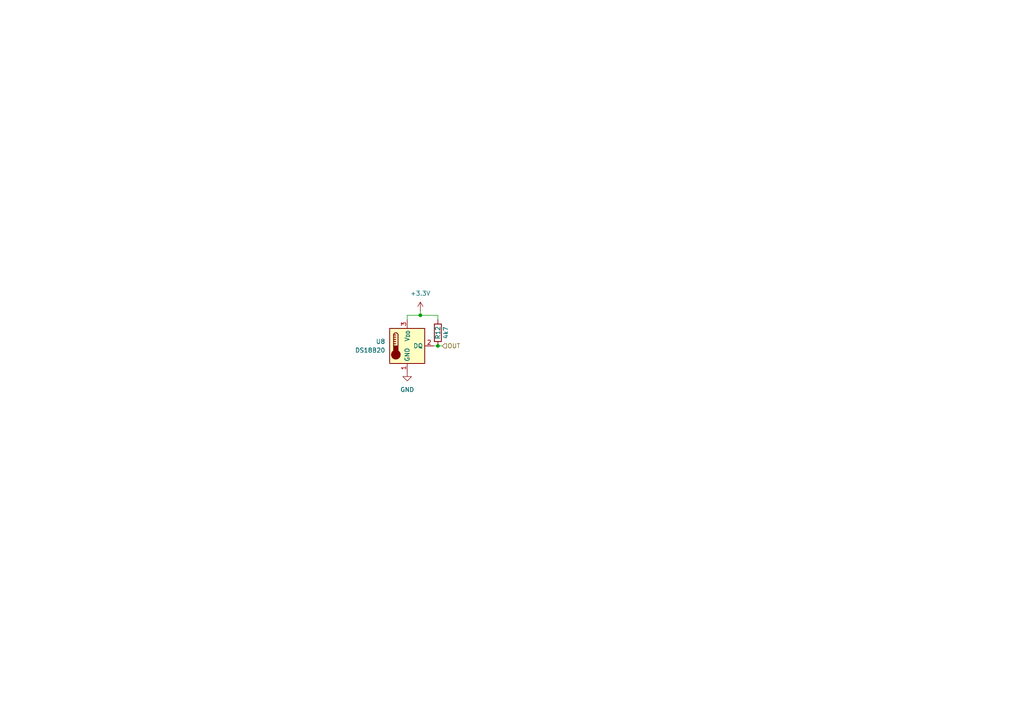
<source format=kicad_sch>
(kicad_sch (version 20250114) (generator "eeschema") (generator_version "9.0")
  (paper "A4")
  (title_block (date "2025-09-24") (company "Felix Pelster"))
  (lib_symbols
    (symbol "Device:R" (pin_numbers (hide yes)) (pin_names (offset 0))
      (property "Reference" "R" (at 2.032 0 90))
      (property "Value" "R" (at 0 0 90))
      (symbol "R_0_1"
        (rectangle (start -1.016 -2.54) (end 1.016 2.54) (stroke (width 0.254)))
      )
      (symbol "R_1_1"
        (pin passive line (at 0 3.81 270) (length 1.27) (name "~") (number "1"))
        (pin passive line (at 0 -3.81 90) (length 1.27) (name "~") (number "2"))
      )
    )
    (symbol "Sensor_Temperature:DS18B20"
      (property "Reference" "U" (at -3.81 6.35 0))
      (property "Value" "DS18B20" (at 6.35 6.35 0))
      (symbol "DS18B20_0_1"
        (rectangle (start -5.08 5.08) (end 5.08 -5.08) (stroke (width 0.254)) (fill (type background)))
        (polyline (pts (xy -3.937 3.175) (xy -3.937 0)) (stroke (width 0.254)))
        (polyline (pts (xy -3.937 3.175) (xy -3.302 3.175)) (stroke (width 0.254)))
        (polyline (pts (xy -3.937 2.54) (xy -3.302 2.54)) (stroke (width 0.254)))
        (polyline (pts (xy -3.937 1.905) (xy -3.302 1.905)) (stroke (width 0.254)))
        (polyline (pts (xy -3.937 1.27) (xy -3.302 1.27)) (stroke (width 0.254)))
        (polyline (pts (xy -3.937 0.635) (xy -3.302 0.635)) (stroke (width 0.254)))
        (arc (start -3.937 3.175) (mid -3.302 3.8073) (end -2.667 3.175) (stroke (width 0.254)))
        (circle (center -3.302 -2.54) (radius 1.27) (stroke (width 0.254)) (fill (type outline)))
        (polyline (pts (xy -2.667 3.175) (xy -2.667 0)) (stroke (width 0.254)))
        (rectangle (start -2.667 -1.905) (end -3.937 0) (stroke (width 0.254)) (fill (type outline)))
      )
      (symbol "DS18B20_1_1"
        (pin power_in line (at 0 7.62 270) (length 2.54) (name "V_{DD}") (number "3"))
        (pin power_in line (at 0 -7.62 90) (length 2.54) (name "GND") (number "1"))
        (pin bidirectional line (at 7.62 0 180) (length 2.54) (name "DQ") (number "2"))
      )
    )
    (symbol "power:+3.3V" (power) (pin_numbers (hide yes)) (pin_names (offset 0) (hide yes))
      (property "Value" "+3.3V" (at 0 3.556 0))
      (symbol "+3.3V_0_1"
        (polyline (pts (xy -0.762 1.27) (xy 0 2.54)))
        (polyline (pts (xy 0 2.54) (xy 0.762 1.27)))
        (polyline (pts (xy 0 0) (xy 0 2.54)))
      )
      (symbol "+3.3V_1_1"
        (pin power_in line (at 0 0 90) (length 0) (name "~") (number "1"))
      )
    )
    (symbol "power:GND" (power) (pin_numbers (hide yes)) (pin_names (offset 0) (hide yes))
      (property "Value" "GND" (at 0 -3.81 0))
      (symbol "GND_0_1"
        (polyline (pts (xy 0 0) (xy 0 -1.27) (xy 1.27 -1.27) (xy 0 -2.54) (xy -1.27 -1.27) (xy 0 -1.27)))
      )
      (symbol "GND_1_1"
        (pin power_in line (at 0 0 270) (length 0) (name "~") (number "1"))
      )
    )
  )
  (junction (at 127 100.33))
  (junction (at 121.92 91.44))
  (wire (pts (xy 128.27 100.33) (xy 127 100.33)))
  (wire (pts (xy 118.11 92.71) (xy 118.11 91.44)))
  (wire (pts (xy 118.11 91.44) (xy 121.92 91.44)))
  (wire (pts (xy 121.92 91.44) (xy 127 91.44)))
  (wire (pts (xy 127 100.33) (xy 125.73 100.33)))
  (wire (pts (xy 121.92 90.17) (xy 121.92 91.44)))
  (wire (pts (xy 127 92.71) (xy 127 91.44)))
  (hierarchical_label "OUT" (shape input) (at 128.27 100.33 0))
  (symbol (lib_id "Sensor_Temperature:DS18B20") (at 118.11 100.33 0) (unit 1)
    (property "Reference" "U7" (at 111.76 99.0599 0) (effects (justify right)))
    (property "Value" "DS18B20" (at 111.76 101.5999 0) (effects (justify right)))
    (property "Footprint" "Package_TO_SOT_THT:TO-92_Inline" (effects (hide yes)))
    (property "Datasheet" "http://datasheets.maximintegrated.com/en/ds/DS18B20.pdf" (effects (hide yes)))
    (property "Description" "Programmable Resolution 1-Wire Digital Thermometer TO-92" (effects (hide yes)))
    (instances (project "PipeWatch" (path "" (reference "U8") (unit 1)) (path "" (reference "U7") (unit 1))))
  )
  (symbol (lib_id "power:GND") (at 118.11 107.95 0) (unit 1)
    (property "Reference" "#PWR049" (effects (hide yes)))
    (property "Value" "GND" (at 118.11 113.03 0))
    (property "Description" "Power symbol creates a global label with name \"GND\" , ground" (effects (hide yes)))
    (instances (project "PipeWatch" (path "" (reference "#PWR050") (unit 1)) (path "" (reference "#PWR049") (unit 1))))
  )
  (symbol (lib_id "Device:R") (at 127 96.52 0) (unit 1)
    (property "Reference" "R9" (at 127 96.52 90))
    (property "Value" "4k7" (at 129.286 96.52 90))
    (property "Footprint" "Resistor_SMD:R_0603_1608Metric" (effects (hide yes)))
    (property "Description" "Resistor" (effects (hide yes)))
    (instances (project "PipeWatch" (path "" (reference "R12") (unit 1)) (path "" (reference "R9") (unit 1))))
  )
  (symbol (lib_id "power:+3.3V") (at 121.92 90.17 0) (unit 1)
    (property "Reference" "#PWR048" (effects (hide yes)))
    (property "Value" "+3.3V" (at 121.92 85.09 0))
    (property "Description" "Power symbol creates a global label with name \"+3.3V\"" (effects (hide yes)))
    (instances (project "PipeWatch" (path "" (reference "#PWR051") (unit 1)) (path "" (reference "#PWR048") (unit 1))))
  )
)
</source>
